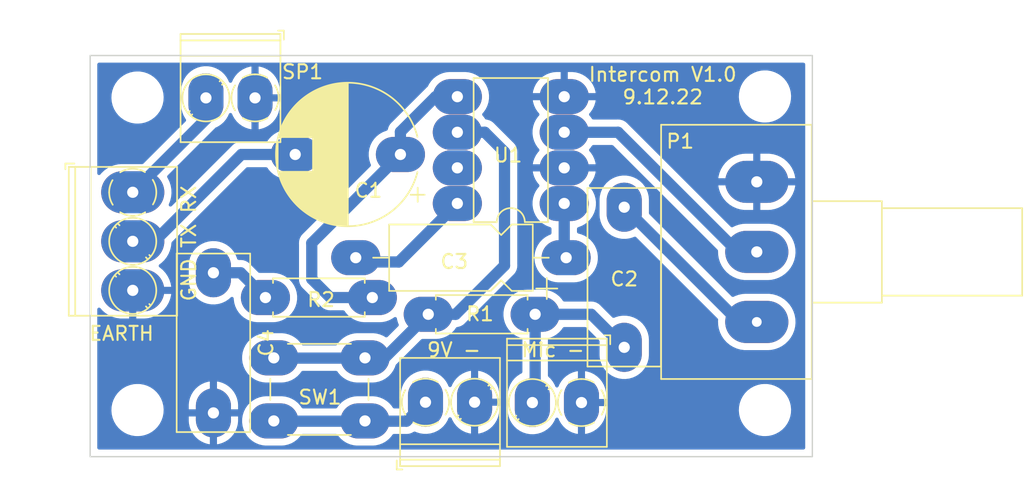
<source format=kicad_pcb>
(kicad_pcb (version 20211014) (generator pcbnew)
  (layers (0 "F.Cu" signal) (31 "B.Cu" signal) (34 "B.Paste" user) (35 "F.Paste" user) (36 "B.SilkS" user "B.Silkscreen") (37 "F.SilkS" user "F.Silkscreen") (38 "B.Mask" user) (39 "F.Mask" user) (44 "Edge.Cuts" user))
  (net 0 "")
  (net 1 "Net-(BT1-Pad1)")
  (net 2 "Earth")
  (net 3 "Net-(C1-Pad2)")
  (net 4 "Net-(C1-Pad1)")
  (net 5 "Net-(C3-Pad1)")
  (net 6 "Net-(C3-Pad2)")
  (net 7 "Net-(P1-Pad2)")
  (net 8 "Net-(J1-Pad1)")
  (net 10 "Net-(C2-Pad1)")
  (net 11 "Net-(C2-Pad2)")
  (net 12 "Net-(C4-Pad1)")
  (net 13 "Net-(R1-Pad1)")
  (footprint "Potentiometer_THT:Potentiometer_Alps_RK163_Single_Horizontal" (layer "F.Cu") (at 126.9238 95.466938 180)
    (fp_text reference "P1" (at 5.461 12.891538) (layer "F.SilkS"))
    (fp_text value "22k")
    (fp_line (start -3.92 8.62) (end -8.92 8.62) (layer "F.SilkS") (width 0.12))
    (fp_line (start 6.82 14.07) (end 6.82 -4.07) (layer "F.SilkS") (width 0.12))
    (fp_line (start -18.92 8.12) (end -18.92 1.88) (layer "F.SilkS") (width 0.12))
    (fp_line (start 6.82 -4.07) (end -3.92 -4.07) (layer "F.SilkS") (width 0.12))
    (fp_line (start -8.92 8.62) (end -8.92 1.38) (layer "F.SilkS") (width 0.12))
    (fp_line (start -3.92 14.07) (end -3.92 -4.07) (layer "F.SilkS") (width 0.12))
    (fp_line (start 6.82 14.07) (end -3.92 14.07) (layer "F.SilkS") (width 0.12))
    (fp_line (start -8.92 1.88) (end -18.92 1.88) (layer "F.SilkS") (width 0.12))
    (fp_line (start -3.92 1.38) (end -8.92 1.38) (layer "F.SilkS") (width 0.12))
    (fp_line (start -8.92 8.12) (end -18.92 8.12) (layer "F.SilkS") (width 0.12))
    (pad "1" thru_hole oval (at 0 0 180) (size 4.5 3) (drill 0.7) (layers *.Cu *.Mask) (net 10 "Net-(C2-Pad1)"))
    (pad "2" thru_hole oval (at 0 5 180) (size 4.5 3) (drill 0.8) (layers *.Cu *.Mask) (net 7 "Net-(P1-Pad2)"))
    (pad "3" thru_hole oval (at 0 10 180) (size 4.5 3) (drill 0.8) (layers *.Cu *.Mask) (net 2 "Earth"))
  )
  (footprint "Package_DIP:DIP-8_W7.62mm" (layer "F.Cu") (at 113.1978 87.0104 180)
    (fp_text reference "U1" (at 4.0032 3.4444) (layer "F.SilkS"))
    (fp_text value "LM386")
    (fp_line (start 1.16 -1.33) (end 1.16 8.95) (layer "F.SilkS") (width 0.12))
    (fp_line (start 2.81 -1.33) (end 1.16 -1.33) (layer "F.SilkS") (width 0.12))
    (fp_line (start 6.46 8.95) (end 6.46 -1.33) (layer "F.SilkS") (width 0.12))
    (fp_line (start 1.16 8.95) (end 6.46 8.95) (layer "F.SilkS") (width 0.12))
    (fp_line (start 6.46 -1.33) (end 4.81 -1.33) (layer "F.SilkS") (width 0.12))
    (fp_arc (start 4.81 -1.33) (mid 3.81 -0.33) (end 2.81 -1.33) (layer "F.SilkS") (width 0.12))
    (pad "1" thru_hole oval (at 0 0 180) (size 3.5 2.5) (drill 0.8) (layers *.Cu *.Mask) (net 5 "Net-(C3-Pad1)"))
    (pad "2" thru_hole oval (at 0 2.54 180) (size 3.5 2.5) (drill 0.8) (layers *.Cu *.Mask) (net 2 "Earth"))
    (pad "3" thru_hole oval (at 0 5.08 180) (size 3.5 2.5) (drill 0.8) (layers *.Cu *.Mask) (net 7 "Net-(P1-Pad2)"))
    (pad "4" thru_hole oval (at 0 7.62 180) (size 3.5 2.5) (drill 0.8) (layers *.Cu *.Mask) (net 2 "Earth"))
    (pad "5" thru_hole oval (at 7.62 7.62 180) (size 3.5 2.5) (drill 0.8) (layers *.Cu *.Mask) (net 4 "Net-(C1-Pad1)"))
    (pad "6" thru_hole oval (at 7.62 5.08 180) (size 3.5 2.5) (drill 0.8) (layers *.Cu *.Mask) (net 13 "Net-(R1-Pad1)"))
    (pad "7" thru_hole oval (at 7.62 2.54 180) (size 3.5 2.5) (drill 0.8) (layers *.Cu *.Mask))
    (pad "8" thru_hole oval (at 7.62 0 180) (size 3.5 2.5) (drill 0.8) (layers *.Cu *.Mask) (net 6 "Net-(C3-Pad2)"))
  )
  (footprint "MountingHole:MountingHole_2.7mm_M2.5" (layer "F.Cu") (at 127.508 79.375)
    (fp_text reference "H1" hide)
    (fp_text value "MountingHole")
    (pad "" np_thru_hole circle (at 0 0) (size 2.7 2.7) (drill 2.7) (layers *.Cu *.Mask))
  )
  (footprint "Button_Switch_THT:SW_PUSH_6mm_H4.3mm" (layer "F.Cu") (at 98.994084 102.528978 180)
    (fp_text reference "SW1" (at 3.210684 1.690978) (layer "F.SilkS"))
    (fp_text value "SW_Push")
    (fp_line (start -0.25 1.5) (end -0.25 3) (layer "F.SilkS") (width 0.12))
    (fp_line (start 5.5 -1) (end 1 -1) (layer "F.SilkS") (width 0.12))
    (fp_line (start 6.75 3) (end 6.75 1.5) (layer "F.SilkS") (width 0.12))
    (fp_line (start 1 5.5) (end 5.5 5.5) (layer "F.SilkS") (width 0.12))
    (pad "1" thru_hole oval (at 0 0 180) (size 3.5 2.5) (drill 0.8) (layers *.Cu *.Mask) (net 1 "Net-(BT1-Pad1)"))
    (pad "1" thru_hole oval (at 6.5 0 180) (size 3.5 2.5) (drill 0.8) (layers *.Cu *.Mask) (net 1 "Net-(BT1-Pad1)"))
    (pad "2" thru_hole oval (at 0 4.5 180) (size 3.5 2.5) (drill 0.8) (layers *.Cu *.Mask) (net 13 "Net-(R1-Pad1)"))
    (pad "2" thru_hole oval (at 6.5 4.5 180) (size 3.5 2.5) (drill 0.8) (layers *.Cu *.Mask) (net 13 "Net-(R1-Pad1)"))
  )
  (footprint "Capacitor_THT:C_Disc_D12.5mm_W5.0mm_P10.00mm" (layer "F.Cu") (at 117.475 87.2782 -90)
    (fp_text reference "C2" (at 5.127 0 180) (layer "F.SilkS"))
    (fp_text value "100n")
    (fp_line (start -1.37 -2.62) (end 11.37 -2.62) (layer "F.SilkS") (width 0.12))
    (fp_line (start 11.37 -2.62) (end 11.37 2.62) (layer "F.SilkS") (width 0.12))
    (fp_line (start -1.37 -2.62) (end -1.37 2.62) (layer "F.SilkS") (width 0.12))
    (fp_line (start -1.37 2.62) (end 11.37 2.62) (layer "F.SilkS") (width 0.12))
    (pad "1" thru_hole oval (at 0 0 270) (size 3.5 2.5) (drill 0.8) (layers *.Cu *.Mask) (net 10 "Net-(C2-Pad1)"))
    (pad "2" thru_hole oval (at 10 0 270) (size 3.5 2.5) (drill 0.8) (layers *.Cu *.Mask) (net 11 "Net-(C2-Pad2)"))
  )
  (footprint "Capacitor_THT:CP_Axial_L10.0mm_D4.5mm_P15.00mm_Horizontal" (layer "F.Cu") (at 113.3348 90.8812 180)
    (fp_text reference "C3" (at 7.9756 -0.2794) (layer "F.SilkS"))
    (fp_text value "10u")
    (fp_line (start 3.88 2.37) (end 4.63 1.62) (layer "F.SilkS") (width 0.12))
    (fp_line (start 5.38 2.37) (end 12.62 2.37) (layer "F.SilkS") (width 0.12))
    (fp_line (start 2.38 -2.37) (end 2.38 2.37) (layer "F.SilkS") (width 0.12))
    (fp_line (start 13.76 0) (end 12.62 0) (layer "F.SilkS") (width 0.12))
    (fp_line (start 4.63 -1.62) (end 5.38 -2.37) (layer "F.SilkS") (width 0.12))
    (fp_line (start 2.38 -2.37) (end 3.88 -2.37) (layer "F.SilkS") (width 0.12))
    (fp_line (start 2.38 2.37) (end 3.88 2.37) (layer "F.SilkS") (width 0.12))
    (fp_line (start 12.62 -2.37) (end 12.62 2.37) (layer "F.SilkS") (width 0.12))
    (fp_line (start 5.38 -2.37) (end 12.62 -2.37) (layer "F.SilkS") (width 0.12))
    (fp_line (start 1.38 -2.95) (end 1.38 -1.45) (layer "F.SilkS") (width 0.12))
    (fp_line (start 0.63 -2.2) (end 2.13 -2.2) (layer "F.SilkS") (width 0.12))
    (fp_line (start 1.24 0) (end 2.38 0) (layer "F.SilkS") (width 0.12))
    (fp_line (start 3.88 -2.37) (end 4.63 -1.62) (layer "F.SilkS") (width 0.12))
    (fp_line (start 4.63 1.62) (end 5.38 2.37) (layer "F.SilkS") (width 0.12))
    (pad "1" thru_hole oval (at 0 0 180) (size 3.5 2.5) (drill 0.8) (layers *.Cu *.Mask) (net 5 "Net-(C3-Pad1)"))
    (pad "2" thru_hole oval (at 15 0 180) (size 3.5 2.5) (drill 0.8) (layers *.Cu *.Mask) (net 6 "Net-(C3-Pad2)"))
  )
  (footprint "MountingHole:MountingHole_2.7mm_M2.5" (layer "F.Cu") (at 82.7786 101.7524)
    (fp_text reference "H2" hide)
    (fp_text value "MountingHole")
    (pad "" np_thru_hole circle (at 0 0) (size 2.7 2.7) (drill 2.7) (layers *.Cu *.Mask))
  )
  (footprint "TerminalBlock_Phoenix:TerminalBlock_Phoenix_PT-1,5-2-3.5-H_1x02_P3.50mm_Horizontal" (layer "F.Cu") (at 114.427 101.219 180)
    (fp_text reference "Mic -" (at 2.032 3.7592) (layer "F.SilkS"))
    (fp_text value "Microphone")
    (fp_line (start -2.05 4.16) (end -2.05 4.8) (layer "F.SilkS") (width 0.12))
    (fp_line (start -1.81 -3.16) (end -1.81 4.56) (layer "F.SilkS") (width 0.12))
    (fp_line (start 2.525 1.181) (end 2.431 1.274) (layer "F.SilkS") (width 0.12))
    (fp_line (start 4.57 -1.275) (end 4.476 -1.181) (layer "F.SilkS") (width 0.12))
    (fp_line (start 2.355 0.941) (end 2.226 1.069) (layer "F.SilkS") (width 0.12))
    (fp_line (start 4.775 -1.069) (end 4.646 -0.941) (layer "F.SilkS") (width 0.12))
    (fp_line (start 5.31 -3.16) (end 5.31 4.56) (layer "F.SilkS") (width 0.12))
    (fp_line (start -1.81 4.56) (end 5.31 4.56) (layer "F.SilkS") (width 0.12))
    (fp_line (start -2.05 4.8) (end -1.65 4.8) (layer "F.SilkS") (width 0.12))
    (fp_line (start -1.81 -3.16) (end 5.31 -3.16) (layer "F.SilkS") (width 0.12))
    (fp_line (start -1.81 3) (end 5.31 3) (layer "F.SilkS") (width 0.12))
    (fp_line (start -1.81 4.1) (end 5.31 4.1) (layer "F.SilkS") (width 0.12))
    (fp_arc (start 1.425504 -0.890193) (mid 1.680626 0.000476) (end 1.425 0.891) (layer "F.SilkS") (width 0.12))
    (fp_arc (start -1.425358 0.889894) (mid -1.680286 0.014012) (end -1.44 -0.866) (layer "F.SilkS") (width 0.12))
    (fp_arc (start 0.890264 1.424721) (mid 0.463071 1.61492) (end 0 1.68) (layer "F.SilkS") (width 0.12))
    (fp_arc (start 0.028674 1.680099) (mid -0.435535 1.622918) (end -0.866 1.44) (layer "F.SilkS") (width 0.12))
    (fp_arc (start -0.889894 -1.425358) (mid -0.014012 -1.680286) (end 0.866 -1.44) (layer "F.SilkS") (width 0.12))
    (fp_circle (center 3.5 0) (end 5.18 0) (layer "F.SilkS") (width 0.12) (fill none))
    (pad "1" thru_hole oval (at 0 0 270) (size 3.5 2.5) (drill 0.8) (layers *.Cu *.Mask) (net 2 "Earth"))
    (pad "2" thru_hole oval (at 3.5 0 270) (size 3.5 2.5) (drill 0.8) (layers *.Cu *.Mask) (net 11 "Net-(C2-Pad2)"))
  )
  (footprint "Resistor_THT:R_Axial_DIN0207_L6.3mm_D2.5mm_P7.62mm_Horizontal" (layer "F.Cu") (at 103.505 94.9198)
    (fp_text reference "R1" (at 3.683 -0.0254) (layer "F.SilkS"))
    (fp_text value "10k")
    (fp_line (start 0.54 1.37) (end 7.08 1.37) (layer "F.SilkS") (width 0.12))
    (fp_line (start 0.54 1.04) (end 0.54 1.37) (layer "F.SilkS") (width 0.12))
    (fp_line (start 0.54 -1.37) (end 7.08 -1.37) (layer "F.SilkS") (width 0.12))
    (fp_line (start 7.08 1.37) (end 7.08 1.04) (layer "F.SilkS") (width 0.12))
    (fp_line (start 0.54 -1.04) (end 0.54 -1.37) (layer "F.SilkS") (width 0.12))
    (fp_line (start 7.08 -1.37) (end 7.08 -1.04) (layer "F.SilkS") (width 0.12))
    (pad "1" thru_hole oval (at 0 0) (size 3.5 2.5) (drill 0.8) (layers *.Cu *.Mask) (net 13 "Net-(R1-Pad1)"))
    (pad "2" thru_hole oval (at 7.62 0) (size 3.5 2.5) (drill 0.8) (layers *.Cu *.Mask) (net 11 "Net-(C2-Pad2)"))
  )
  (footprint "TerminalBlock_Phoenix:TerminalBlock_Phoenix_PT-1,5-3-3.5-H_1x03_P3.50mm_Horizontal" (layer "F.Cu") (at 82.4372 86.2128 -90)
    (fp_text reference "GND TX RX" (at 3.6524 -3.999 90) (layer "F.SilkS"))
    (fp_text value "To other")
    (fp_line (start -1.81 -3.16) (end 8.81 -3.16) (layer "F.SilkS") (width 0.12))
    (fp_line (start 8.81 -3.16) (end 8.81 4.56) (layer "F.SilkS") (width 0.12))
    (fp_line (start 5.855 0.941) (end 5.726 1.069) (layer "F.SilkS") (width 0.12))
    (fp_line (start 4.57 -1.275) (end 4.476 -1.181) (layer "F.SilkS") (width 0.12))
    (fp_line (start -2.05 4.8) (end -1.65 4.8) (layer "F.SilkS") (width 0.12))
    (fp_line (start -1.81 4.1) (end 8.81 4.1) (layer "F.SilkS") (width 0.12))
    (fp_line (start -1.81 3) (end 8.81 3) (layer "F.SilkS") (width 0.12))
    (fp_line (start 8.275 -1.069) (end 8.146 -0.941) (layer "F.SilkS") (width 0.12))
    (fp_line (start 2.355 0.941) (end 2.226 1.069) (layer "F.SilkS") (width 0.12))
    (fp_line (start 4.775 -1.069) (end 4.646 -0.941) (layer "F.SilkS") (width 0.12))
    (fp_line (start 6.025 1.181) (end 5.931 1.274) (layer "F.SilkS") (width 0.12))
    (fp_line (start -1.81 4.56) (end 8.81 4.56) (layer "F.SilkS") (width 0.12))
    (fp_line (start -1.81 -3.16) (end -1.81 4.56) (layer "F.SilkS") (width 0.12))
    (fp_line (start 8.07 -1.275) (end 7.976 -1.181) (layer "F.SilkS") (width 0.12))
    (fp_line (start -2.05 4.16) (end -2.05 4.8) (layer "F.SilkS") (width 0.12))
    (fp_line (start 2.525 1.181) (end 2.431 1.274) (layer "F.SilkS") (width 0.12))
    (fp_arc (start -0.889894 -1.425358) (mid -0.014012 -1.680286) (end 0.866 -1.44) (layer "F.SilkS") (width 0.12))
    (fp_arc (start 1.425504 -0.890193) (mid 1.680626 0.000476) (end 1.425 0.891) (layer "F.SilkS") (width 0.12))
    (fp_arc (start 0.890264 1.424721) (mid 0.463071 1.61492) (end 0 1.68) (layer "F.SilkS") (width 0.12))
    (fp_arc (start 0.028674 1.680099) (mid -0.435535 1.622918) (end -0.866 1.44) (layer "F.SilkS") (width 0.12))
    (fp_arc (start -1.425358 0.889894) (mid -1.680286 0.014012) (end -1.44 -0.866) (layer "F.SilkS") (width 0.12))
    (fp_circle (center 7 0) (end 8.68 0) (layer "F.SilkS") (width 0.12) (fill none))
    (fp_circle (center 3.5 0) (end 5.18 0) (layer "F.SilkS") (width 0.12) (fill none))
    (pad "1" thru_hole oval (at 0 0 270) (size 3 4.5) (drill 0.8) (layers *.Cu *.Mask) (net 8 "Net-(J1-Pad1)"))
    (pad "2" thru_hole oval (at 3.5 0 270) (size 3 4.5) (drill 0.8) (layers *.Cu *.Mask) (net 3 "Net-(C1-Pad2)"))
    (pad "3" thru_hole oval (at 7 0 270) (size 3 4.5) (drill 0.8) (layers *.Cu *.Mask) (net 2 "Earth"))
  )
  (footprint "Resistor_THT:R_Axial_DIN0207_L6.3mm_D2.5mm_P7.62mm_Horizontal" (layer "F.Cu") (at 91.8972 93.726)
    (fp_text reference "R2" (at 3.9624 0.1524) (layer "F.SilkS"))
    (fp_text value "100")
    (fp_line (start 7.08 -1.37) (end 7.08 -1.04) (layer "F.SilkS") (width 0.12))
    (fp_line (start 0.54 -1.37) (end 7.08 -1.37) (layer "F.SilkS") (width 0.12))
    (fp_line (start 0.54 -1.04) (end 0.54 -1.37) (layer "F.SilkS") (width 0.12))
    (fp_line (start 0.54 1.04) (end 0.54 1.37) (layer "F.SilkS") (width 0.12))
    (fp_line (start 7.08 1.37) (end 7.08 1.04) (layer "F.SilkS") (width 0.12))
    (fp_line (start 0.54 1.37) (end 7.08 1.37) (layer "F.SilkS") (width 0.12))
    (pad "1" thru_hole oval (at 0 0) (size 3.5 2.5) (drill 0.8) (layers *.Cu *.Mask) (net 12 "Net-(C4-Pad1)"))
    (pad "2" thru_hole oval (at 7.62 0) (size 3.5 2.5) (drill 0.8) (layers *.Cu *.Mask) (net 4 "Net-(C1-Pad1)"))
  )
  (footprint "Capacitor_THT:CP_Radial_D10.0mm_P7.50mm" (layer "F.Cu") (at 101.520177 83.5152 180)
    (fp_text reference "C1" (at 2.282377 -2.5654) (layer "F.SilkS"))
    (fp_text value "200u")
    (fp_line (start 6.511 1.241) (end 6.511 4.273) (layer "F.SilkS") (width 0.12))
    (fp_line (start 6.231 -4.44) (end 6.231 4.44) (layer "F.SilkS") (width 0.12))
    (fp_line (start 7.751 1.241) (end 7.751 3.156) (layer "F.SilkS") (width 0.12))
    (fp_line (start 7.991 1.241) (end 7.991 2.83) (layer "F.SilkS") (width 0.12))
    (fp_line (start 6.591 1.241) (end 6.591 4.221) (layer "F.SilkS") (width 0.12))
    (fp_line (start 6.151 -4.483) (end 6.151 4.483) (layer "F.SilkS") (width 0.12))
    (fp_line (start -1.229646 -3.375) (end -1.229646 -2.375) (layer "F.SilkS") (width 0.12))
    (fp_line (start 8.271 -2.365) (end 8.271 -1.241) (layer "F.SilkS") (width 0.12))
    (fp_line (start 6.551 1.241) (end 6.551 4.247) (layer "F.SilkS") (width 0.12))
    (fp_line (start 8.071 -2.709) (end 8.071 -1.241) (layer "F.SilkS") (width 0.12))
    (fp_line (start 7.551 -3.392) (end 7.551 -1.241) (layer "F.SilkS") (width 0.12))
    (fp_line (start 7.831 1.241) (end 7.831 3.054) (layer "F.SilkS") (width 0.12))
    (fp_line (start 5.111 -4.897) (end 5.111 4.897) (layer "F.SilkS") (width 0.12))
    (fp_line (start 4.07 -5.07) (end 4.07 5.07) (layer "F.SilkS") (width 0.12))
    (fp_line (start 6.271 -4.417) (end 6.271 -1.241) (layer "F.SilkS") (width 0.12))
    (fp_line (start 6.071 -4.525) (end 6.071 4.525) (layer "F.SilkS") (width 0.12))
    (fp_line (start 6.111 -4.504) (end 6.111 4.504) (layer "F.SilkS") (width 0.12))
    (fp_line (start 8.351 -2.209) (end 8.351 -1.241) (layer "F.SilkS") (width 0.12))
    (fp_line (start 8.671 -1.378) (end 8.671 -1.241) (layer "F.SilkS") (width 0.12))
    (fp_line (start 4.831 -4.965) (end 4.831 4.965) (layer "F.SilkS") (width 0.12))
    (fp_line (start 4.27 -5.054) (end 4.27 5.054) (layer "F.SilkS") (width 0.12))
    (fp_line (start 6.911 -3.989) (end 6.911 -1.241) (layer "F.SilkS") (width 0.12))
    (fp_line (start 6.871 1.241) (end 6.871 4.02) (layer "F.SilkS") (width 0.12))
    (fp_line (start 6.351 1.241) (end 6.351 4.371) (layer "F.SilkS") (width 0.12))
    (fp_line (start 6.591 -4.221) (end 6.591 -1.241) (layer "F.SilkS") (width 0.12))
    (fp_line (start 4.511 -5.024) (end 4.511 5.024) (layer "F.SilkS") (width 0.12))
    (fp_line (start 5.431 -4.797) (end 5.431 4.797) (layer "F.SilkS") (width 0.12))
    (fp_line (start 4.991 -4.928) (end 4.991 4.928) (layer "F.SilkS") (width 0.12))
    (fp_line (start 7.351 1.241) (end 7.351 3.601) (layer "F.SilkS") (width 0.12))
    (fp_line (start 6.431 1.241) (end 6.431 4.323) (layer "F.SilkS") (width 0.12))
    (fp_line (start 6.751 1.241) (end 6.751 4.11) (layer "F.SilkS") (width 0.12))
    (fp_line (start 8.151 1.241) (end 8.151 2.579) (layer "F.SilkS") (width 0.12))
    (fp_line (start 6.271 1.241) (end 6.271 4.417) (layer "F.SilkS") (width 0.12))
    (fp_line (start 4.671 -4.997) (end 4.671 4.997) (layer "F.SilkS") (width 0.12))
    (fp_line (start 8.111 -2.645) (end 8.111 -1.241) (layer "F.SilkS") (width 0.12))
    (fp_line (start 6.671 1.241) (end 6.671 4.166) (layer "F.SilkS") (width 0.12))
    (fp_line (start 3.79 -5.08) (end 3.79 5.08) (layer "F.SilkS") (width 0.12))
    (fp_line (start 5.031 -4.918) (end 5.031 4.918) (layer "F.SilkS") (width 0.12))
    (fp_line (start 7.271 1.241) (end 7.271 3.679) (layer "F.SilkS") (width 0.12))
    (fp_line (start 7.751 -3.156) (end 7.751 -1.241) (layer "F.SilkS") (width 0.12))
    (fp_line (start 8.351 1.241) (end 8.351 2.209) (layer "F.SilkS") (width 0.12))
    (fp_line (start 7.591 1.241) (end 7.591 3.347) (layer "F.SilkS") (width 0.12))
    (fp_line (start 8.431 1.241) (end 8.431 2.037) (layer "F.SilkS") (width 0.12))
    (fp_line (start 5.511 -4.768) (end 5.511 4.768) (layer "F.SilkS") (width 0.12))
    (fp_line (start 6.791 1.241) (end 6.791 4.08) (layer "F.SilkS") (width 0.12))
    (fp_line (start 4.751 -4.982) (end 4.751 4.982) (layer "F.SilkS") (width 0.12))
    (fp_line (start 6.751 -4.11) (end 6.751 -1.241) (layer "F.SilkS") (width 0.12))
    (fp_line (start 5.591 -4.738) (end 5.591 4.738) (layer "F.SilkS") (width 0.12))
    (fp_line (start 7.231 -3.716) (end 7.231 -1.241) (layer "F.SilkS") (width 0.12))
    (fp_line (start 4.551 -5.018) (end 4.551 5.018) (layer "F.SilkS") (width 0.12))
    (fp_line (start 3.95 -5.077) (end 3.95 5.077) (layer "F.SilkS") (width 0.12))
    (fp_line (start 6.351 -4.371) (end 6.351 -1.241) (layer "F.SilkS") (width 0.12))
    (fp_line (start 8.311 -2.289) (end 8.311 -1.241) (layer "F.SilkS") (width 0.12))
    (fp_line (start 5.991 -4.564) (end 5.991 4.564) (layer "F.SilkS") (width 0.12))
    (fp_line (start 7.671 -3.254) (end 7.671 -1.241) (layer "F.SilkS") (width 0.12))
    (fp_line (start 4.23 -5.058) (end 4.23 5.058) (layer "F.SilkS") (width 0.12))
    (fp_line (start 8.231 1.241) (end 8.231 2.439) (layer "F.SilkS") (width 0.12))
    (fp_line (start 5.271 -4.85) (end 5.271 4.85) (layer "F.SilkS") (width 0.12))
    (fp_line (start 7.431 -3.52) (end 7.431 -1.241) (layer "F.SilkS") (width 0.12))
    (fp_line (start 7.831 -3.054) (end 7.831 -1.241) (layer "F.SilkS") (width 0.12))
    (fp_line (start 6.991 1.241) (end 6.991 3.925) (layer "F.SilkS") (width 0.12))
    (fp_line (start 6.791 -4.08) (end 6.791 -1.241) (layer "F.SilkS") (width 0.12))
    (fp_line (start 3.75 -5.08) (end 3.75 5.08) (layer "F.SilkS") (width 0.12))
    (fp_line (start 5.071 -4.907) (end 5.071 4.907) (layer "F.SilkS") (width 0.12))
    (fp_line (start 3.99 -5.075) (end 3.99 5.075) (layer "F.SilkS") (width 0.12))
    (fp_line (start 7.511 1.241) (end 7.511 3.436) (layer "F.SilkS") (width 0.12))
    (fp_line (start 5.711 -4.69) (end 5.711 4.69) (layer "F.SilkS") (width 0.12))
    (fp_line (start 8.551 1.241) (end 8.551 1.742) (layer "F.SilkS") (width 0.12))
    (fp_line (start 4.19 -5.062) (end 4.19 5.062) (layer "F.SilkS") (width 0.12))
    (fp_line (start 6.311 -4.395) (end 6.311 -1.241) (layer "F.SilkS") (width 0.12))
    (fp_line (start 4.39 -5.04) (end 4.39 5.04) (layer "F.SilkS") (width 0.12))
    (fp_line (start 7.111 -3.824) (end 7.111 -1.241) (layer "F.SilkS") (width 0.12))
    (fp_line (start 6.991 -3.925) (end 6.991 -1.241) (layer "F.SilkS") (width 0.12))
    (fp_line (start 7.791 -3.106) (end 7.791 -1.241) (layer "F.SilkS") (width 0.12))
    (fp_line (start 6.711 1.241) (end 6.711 4.138) (layer "F.SilkS") (width 0.12))
    (fp_line (start 8.671 1.241) (end 8.671 1.378) (layer "F.SilkS") (width 0.12))
    (fp_line (start 5.911 -4.603) (end 5.911 4.603) (layer "F.SilkS") (width 0.12))
    (fp_line (start 5.951 -4.584) (end 5.951 4.584) (layer "F.SilkS") (width 0.12))
    (fp_line (start 7.591 -3.347) (end 7.591 -1.241) (layer "F.SilkS") (width 0.12))
    (fp_line (start 4.711 -4.99) (end 4.711 4.99) (layer "F.SilkS") (width 0.12))
    (fp_line (start 7.631 1.241) (end 7.631 3.301) (layer "F.SilkS") (width 0.12))
    (fp_line (start 6.031 -4.545) (end 6.031 4.545) (layer "F.SilkS") (width 0.12))
    (fp_line (start 6.311 1.241) (end 6.311 4.395) (layer "F.SilkS") (width 0.12))
    (fp_line (start 5.551 -4.754) (end 5.551 4.754) (layer "F.SilkS") (width 0.12))
    (fp_line (start 7.311 1.241) (end 7.311 3.64) (layer "F.SilkS") (width 0.12))
    (fp_line (start 5.351 -4.824) (end 5.351 4.824) (layer "F.SilkS") (width 0.12))
    (fp_line (start 3.83 -5.08) (end 3.83 5.08) (layer "F.SilkS") (width 0.12))
    (fp_line (start 7.471 -3.478) (end 7.471 -1.241) (layer "F.SilkS") (width 0.12))
    (fp_line (start 3.87 -5.079) (end 3.87 5.079) (layer "F.SilkS") (width 0.12))
    (fp_line (start 6.831 1.241) (end 6.831 4.05) (layer "F.SilkS") (width 0.12))
    (fp_line (start 8.111 1.241) (end 8.111 2.645) (layer "F.SilkS") (width 0.12))
    (fp_line (start 7.071 -3.858) (end 7.071 -1.241) (layer "F.SilkS") (width 0.12))
    (fp_line (start 6.951 1.241) (end 6.951 3.957) (layer "F.SilkS") (width 0.12))
    (fp_line (start 8.631 -1.51) (end 8.631 -1.241) (layer "F.SilkS") (width 0.12))
    (fp_line (start 7.111 1.241) (end 7.111 3.824) (layer "F.SilkS") (width 0.12))
    (fp_line (start 6.471 1.241) (end 6.471 4.298) (layer "F.SilkS") (width 0.12))
    (fp_line (start 6.871 -4.02) (end 6.871 -1.241) (layer "F.SilkS") (width 0.12))
    (fp_line (start 7.311 -3.64) (end 7.311 -1.241) (layer "F.SilkS") (width 0.12))
    (fp_line (start 4.11 -5.068) (end 4.11 5.068) (layer "F.SilkS") (width 0.12))
    (fp_line (start 7.631 -3.301) (end 7.631 -1.241) (layer "F.SilkS") (width 0.12))
    (fp_line (start 6.631 -4.194) (end 6.631 -1.241) (layer "F.SilkS") (width 0.12))
    (fp_line (start 7.911 1.241) (end 7.911 2.945) (layer "F.SilkS") (width 0.12))
    (fp_line (start 4.471 -5.03) (end 4.471 5.03) (layer "F.SilkS") (width 0.12))
    (fp_line (start 8.071 1.241) (end 8.071 2.709) (layer "F.SilkS") (width 0.12))
    (fp_line (start 8.271 1.241) (end 8.271 2.365) (layer "F.SilkS") (width 0.12))
    (fp_line (start 7.991 -2.83) (end 7.991 -1.241) (layer "F.SilkS") (width 0.12))
    (fp_line (start 6.431 -4.323) (end 6.431 -1.241) (layer "F.SilkS") (width 0.12))
    (fp_line (start 4.15 -5.065) (end 4.15 5.065) (layer "F.SilkS") (width 0.12))
    (fp_line (start 4.31 -5.05) (end 4.31 5.05) (layer "F.SilkS") (width 0.12))
    (fp_line (start 6.631 1.241) (end 6.631 4.194) (layer "F.SilkS") (width 0.12))
    (fp_line (start 7.511 -3.436) (end 7.511 -1.241) (layer "F.SilkS") (width 0.12))
    (fp_line (start 8.511 1.241) (end 8.511 1.846) (layer "F.SilkS") (width 0.12))
    (fp_line (start 5.671 -4.707) (end 5.671 4.707) (layer "F.SilkS") (width 0.12))
    (fp_line (start 6.191 -4.462) (end 6.191 4.462) (layer "F.SilkS") (width 0.12))
    (fp_line (start 4.911 -4.947) (end 4.911 4.947) (layer "F.SilkS") (width 0.12))
    (fp_line (start 7.711 1.241) (end 7.711 3.206) (layer "F.SilkS") (width 0.12))
    (fp_line (start -1.729646 -2.875) (end -0.729646 -2.875) (layer "F.SilkS") (width 0.12))
    (fp_line (start 5.151 -4.885) (end 5.151 4.885) (layer "F.SilkS") (width 0.12))
    (fp_line (start 6.711 -4.138) (end 6.711 -1.241) (layer "F.SilkS") (width 0.12))
    (fp_line (start 5.311 -4.837) (end 5.311 4.837) (layer "F.SilkS") (width 0.12))
    (fp_line (start 5.391 -4.811) (end 5.391 4.811) (layer "F.SilkS") (width 0.12))
    (fp_line (start 4.591 -5.011) (end 4.591 5.011) (layer "F.SilkS") (width 0.12))
    (fp_line (start 3.91 -5.078) (end 3.91 5.078) (layer "F.SilkS") (width 0.12))
    (fp_line (start 5.791 -4.657) (end 5.791 4.657) (layer "F.SilkS") (width 0.12))
    (fp_line (start 8.591 1.241) (end 8.591 1.63) (layer "F.SilkS") (width 0.12))
    (fp_line (start 8.791 -0.862) (end 8.791 0.862) (layer "F.SilkS") (width 0.12))
    (fp_line (start 7.951 -2.889) (end 7.951 -1.241) (layer "F.SilkS") (width 0.12))
    (fp_line (start 8.591 -1.63) (end 8.591 -1.241) (layer "F.SilkS") (width 0.12))
    (fp_line (start 4.791 -4.974) (end 4.791 4.974) (layer "F.SilkS") (width 0.12))
    (fp_line (start 7.791 1.241) (end 7.791 3.106) (layer "F.SilkS") (width 0.12))
    (fp_line (start 5.231 -4.862) (end 5.231 4.862) (layer "F.SilkS") (width 0.12))
    (fp_line (start 6.511 -4.273) (end 6.511 -1.241) (layer "F.SilkS") (width 0.12))
    (fp_line (start 4.43 -5.035) (end 4.43 5.035) (layer "F.SilkS") (width 0.12))
    (fp_line (start 4.35 -5.045) (end 4.35 5.045) (layer "F.SilkS") (width 0.12))
    (fp_line (start 8.471 -1.944) (end 8.471 -1.241) (layer "F.SilkS") (width 0.12))
    (fp_line (start 7.871 1.241) (end 7.871 3) (layer "F.SilkS") (width 0.12))
    (fp_line (start 8.191 -2.51) (end 8.191 -1.241) (layer "F.SilkS") (width 0.12))
    (fp_line (start 8.031 -2.77) (end 8.031 -1.241) (layer "F.SilkS") (width 0.12))
    (fp_line (start 7.151 -3.789) (end 7.151 -1.241) (layer "F.SilkS") (width 0.12))
    (fp_line (start 7.911 -2.945) (end 7.911 -1.241) (layer "F.SilkS") (width 0.12))
    (fp_line (start 7.191 -3.753) (end 7.191 -1.241) (layer "F.SilkS") (width 0.12))
    (fp_line (start 7.871 -3) (end 7.871 -1.241) (layer "F.SilkS") (width 0.12))
    (fp_line (start 7.191 1.241) (end 7.191 3.753) (layer "F.SilkS") (width 0.12))
    (fp_line (start 8.391 1.241) (end 8.391 2.125) (layer "F.SilkS") (width 0.12))
    (fp_line (start 7.151 1.241) (end 7.151 3.789) (layer "F.SilkS") (width 0.12))
    (fp_line (start 7.951 1.241) (end 7.951 2.889) (layer "F.SilkS") (width 0.12))
    (fp_line (start 8.311 1.241) (end 8.311 2.289) (layer "F.SilkS") (width 0.12))
    (fp_line (start 7.391 1.241) (end 7.391 3.561) (layer "F.SilkS") (width 0.12))
    (fp_line (start 7.471 1.241) (end 7.471 3.478) (layer "F.SilkS") (width 0.12))
    (fp_line (start 7.671 1.241) (end 7.671 3.254) (layer "F.SilkS") (width 0.12))
    (fp_line (start 7.031 -3.892) (end 7.031 -1.241) (layer "F.SilkS") (width 0.12))
    (fp_line (start 8.511 -1.846) (end 8.511 -1.241) (layer "F.SilkS") (width 0.12))
    (fp_line (start 6.671 -4.166) (end 6.671 -1.241) (layer "F.SilkS") (width 0.12))
    (fp_line (start 8.151 -2.579) (end 8.151 -1.241) (layer "F.SilkS") (width 0.12))
    (fp_line (start 6.911 1.241) (end 6.911 3.989) (layer "F.SilkS") (width 0.12))
    (fp_line (start 8.191 1.241) (end 8.191 2.51) (layer "F.SilkS") (width 0.12))
    (fp_line (start 7.351 -3.601) (end 7.351 -1.241) (layer "F.SilkS") (width 0.12))
    (fp_line (start 8.431 -2.037) (end 8.431 -1.241) (layer "F.SilkS") (width 0.12))
    (fp_line (start 7.271 -3.679) (end 7.271 -1.241) (layer "F.SilkS") (width 0.12))
    (fp_line (start 6.391 -4.347) (end 6.391 -1.241) (layer "F.SilkS") (width 0.12))
    (fp_line (start 7.431 1.241) (end 7.431 3.52) (layer "F.SilkS") (width 0.12))
    (fp_line (start 5.871 -4.621) (end 5.871 4.621) (layer "F.SilkS") (width 0.12))
    (fp_line (start 5.471 -4.783) (end 5.471 4.783) (layer "F.SilkS") (width 0.12))
    (fp_line (start 7.071 1.241) (end 7.071 3.858) (layer "F.SilkS") (width 0.12))
    (fp_line (start 7.711 -3.206) (end 7.711 -1.241) (layer "F.SilkS") (width 0.12))
    (fp_line (start 4.951 -4.938) (end 4.951 4.938) (layer "F.SilkS") (width 0.12))
    (fp_line (start 4.03 -5.073) (end 4.03 5.073) (layer "F.SilkS") (width 0.12))
    (fp_line (start 8.391 -2.125) (end 8.391 -1.241) (layer "F.SilkS") (width 0.12))
    (fp_line (start 7.031 1.241) (end 7.031 3.892) (layer "F.SilkS") (width 0.12))
    (fp_line (start 5.751 -4.674) (end 5.751 4.674) (layer "F.SilkS") (width 0.12))
    (fp_line (start 8.831 -0.599) (end 8.831 0.599) (layer "F.SilkS") (width 0.12))
    (fp_line (start 6.551 -4.247) (end 6.551 -1.241) (layer "F.SilkS") (width 0.12))
    (fp_line (start 4.871 -4.956) (end 4.871 4.956) (layer "F.SilkS") (width 0.12))
    (fp_line (start 8.231 -2.439) (end 8.231 -1.241) (layer "F.SilkS") (width 0.12))
    (fp_line (start 5.191 -4.874) (end 5.191 4.874) (layer "F.SilkS") (width 0.12))
    (fp_line (start 5.831 -4.639) (end 5.831 4.639) (layer "F.SilkS") (width 0.12))
    (fp_line (start 7.551 1.241) (end 7.551 3.392) (layer "F.SilkS") (width 0.12))
    (fp_line (start 6.831 -4.05) (end 6.831 -1.241) (layer "F.SilkS") (width 0.12))
    (fp_line (start 7.231 1.241) (end 7.231 3.716) (layer "F.SilkS") (width 0.12))
    (fp_line (start 6.471 -4.298) (end 6.471 -1.241) (layer "F.SilkS") (width 0.12))
    (fp_line (start 8.031 1.241) (end 8.031 2.77) (layer "F.SilkS") (width 0.12))
    (fp_line (start 6.951 -3.957) (end 6.951 -1.241) (layer "F.SilkS") (width 0.12))
    (fp_line (start 8.751 -1.062) (end 8.751 1.062) (layer "F.SilkS") (width 0.12))
    (fp_line (start 8.471 1.241) (end 8.471 1.944) (layer "F.SilkS") (width 0.12))
    (fp_line (start 8.551 -1.742) (end 8.551 -1.241) (layer "F.SilkS") (width 0.12))
    (fp_line (start 8.631 1.241) (end 8.631 1.51) (layer "F.SilkS") (width 0.12))
    (fp_line (start 7.391 -3.561) (end 7.391 -1.241) (layer "F.SilkS") (width 0.12))
    (fp_line (start 6.391 1.241) (end 6.391 4.347) (layer "F.SilkS") (width 0.12))
    (fp_line (start 4.631 -5.004) (end 4.631 5.004) (layer "F.SilkS") (width 0.12))
    (fp_line (start 5.631 -4.723) (end 5.631 4.723) (layer "F.SilkS") (width 0.12))
    (fp_arc (start -1.21254 -1.26) (mid 8.87 0) (end -1.21254 1.26) (layer "F.SilkS") (width 0.12))
    (pad "1" thru_hole oval (at 0 0 180) (size 3.5 2.5) (drill 0.8) (layers *.Cu *.Mask) (net 4 "Net-(C1-Pad1)"))
    (pad "2" thru_hole oval (at 7.5 0 180) (size 3.5 2.5) (drill 0.8) (layers *.Cu *.Mask) (net 3 "Net-(C1-Pad2)"))
  )
  (footprint "MountingHole:MountingHole_2.7mm_M2.5" (layer "F.Cu") (at 127.508 101.7524)
    (fp_text reference "H4" hide)
    (fp_text value "MountingHole")
    (pad "" np_thru_hole circle (at 0 0) (size 2.7 2.7) (drill 2.7) (layers *.Cu *.Mask))
  )
  (footprint "Capacitor_THT:C_Disc_D12.5mm_W5.0mm_P10.00mm" (layer "F.Cu") (at 88.1888 91.9556 -90)
    (fp_text reference "C4" (at 5 -3.75 90) (layer "F.SilkS"))
    (fp_text value "100n")
    (fp_line (start -1.37 -2.62) (end -1.37 2.62) (layer "F.SilkS") (width 0.12))
    (fp_line (start -1.37 2.62) (end 11.37 2.62) (layer "F.SilkS") (width 0.12))
    (fp_line (start 11.37 -2.62) (end 11.37 2.62) (layer "F.SilkS") (width 0.12))
    (fp_line (start -1.37 -2.62) (end 11.37 -2.62) (layer "F.SilkS") (width 0.12))
    (pad "1" thru_hole oval (at 0 0 270) (size 3.5 2.5) (drill 0.8) (layers *.Cu *.Mask) (net 12 "Net-(C4-Pad1)"))
    (pad "2" thru_hole oval (at 10 0 270) (size 3.5 2.5) (drill 0.8) (layers *.Cu *.Mask) (net 2 "Earth"))
  )
  (footprint "TerminalBlock_Phoenix:TerminalBlock_Phoenix_PT-1,5-2-3.5-H_1x02_P3.50mm_Horizontal" (layer "F.Cu") (at 103.307 101.1936)
    (fp_text reference "9V -" (at 2.0268 -3.7338) (layer "F.SilkS"))
    (fp_text value "9V")
    (fp_line (start 4.57 -1.275) (end 4.476 -1.181) (layer "F.SilkS") (width 0.12))
    (fp_line (start -1.81 -3.16) (end -1.81 4.56) (layer "F.SilkS") (width 0.12))
    (fp_line (start -1.81 4.56) (end 5.31 4.56) (layer "F.SilkS") (width 0.12))
    (fp_line (start 2.355 0.941) (end 2.226 1.069) (layer "F.SilkS") (width 0.12))
    (fp_line (start -2.05 4.8) (end -1.65 4.8) (layer "F.SilkS") (width 0.12))
    (fp_line (start -1.81 4.1) (end 5.31 4.1) (layer "F.SilkS") (width 0.12))
    (fp_line (start 2.525 1.181) (end 2.431 1.274) (layer "F.SilkS") (width 0.12))
    (fp_line (start 5.31 -3.16) (end 5.31 4.56) (layer "F.SilkS") (width 0.12))
    (fp_line (start -1.81 -3.16) (end 5.31 -3.16) (layer "F.SilkS") (width 0.12))
    (fp_line (start 4.775 -1.069) (end 4.646 -0.941) (layer "F.SilkS") (width 0.12))
    (fp_line (start -1.81 3) (end 5.31 3) (layer "F.SilkS") (width 0.12))
    (fp_line (start -2.05 4.16) (end -2.05 4.8) (layer "F.SilkS") (width 0.12))
    (fp_arc (start -0.889894 -1.425358) (mid -0.014012 -1.680286) (end 0.866 -1.44) (layer "F.SilkS") (width 0.12))
    (fp_arc (start 1.425504 -0.890193) (mid 1.680626 0.000476) (end 1.425 0.891) (layer "F.SilkS") (width 0.12))
    (fp_arc (start 0.028674 1.680099) (mid -0.435535 1.622918) (end -0.866 1.44) (layer "F.SilkS") (width 0.12))
    (fp_arc (start 0.890264 1.424721) (mid 0.463071 1.61492) (end 0 1.68) (layer "F.SilkS") (width 0.12))
    (fp_arc (start -1.425358 0.889894) (mid -1.680286 0.014012) (end -1.44 -0.866) (layer "F.SilkS") (width 0.12))
    (fp_circle (center 3.5 0) (end 5.18 0) (layer "F.SilkS") (width 0.12) (fill none))
    (pad "1" thru_hole oval (at 0 0 90) (size 3.5 2.5) (drill 0.8) (layers *.Cu *.Mask) (net 1 "Net-(BT1-Pad1)"))
    (pad "2" thru_hole oval (at 3.5 0 90) (size 3.5 2.5) (drill 0.8) (layers *.Cu *.Mask) (net 2 "Earth"))
  )
  (footprint "MountingHole:MountingHole_2.7mm_M2.5" (layer "F.Cu") (at 82.7786 79.4512)
    (fp_text reference "H3" hide)
    (fp_text value "MountingHole")
    (pad "" np_thru_hole circle (at 0 0) (size 2.7 2.7) (drill 2.7) (layers *.Cu *.Mask))
  )
  (footprint "TerminalBlock_Phoenix:TerminalBlock_Phoenix_PT-1,5-2-3.5-H_1x02_P3.50mm_Horizontal" (layer "F.Cu") (at 91.1554 79.4766 180)
    (fp_text reference "SP1" (at -3.3834 1.8542) (layer "F.SilkS"))
    (fp_text value "Speaker")
    (fp_line (start 2.355 0.941) (end 2.226 1.069) (layer "F.SilkS") (width 0.12))
    (fp_line (start -1.81 4.1) (end 5.31 4.1) (layer "F.SilkS") (width 0.12))
    (fp_line (start 5.31 -3.16) (end 5.31 4.56) (layer "F.SilkS") (width 0.12))
    (fp_line (start -2.05 4.16) (end -2.05 4.8) (layer "F.SilkS") (width 0.12))
    (fp_line (start 4.57 -1.275) (end 4.476 -1.181) (layer "F.SilkS") (width 0.12))
    (fp_line (start -1.81 4.56) (end 5.31 4.56) (layer "F.SilkS") (width 0.12))
    (fp_line (start -2.05 4.8) (end -1.65 4.8) (layer "F.SilkS") (width 0.12))
    (fp_line (start 4.775 -1.069) (end 4.646 -0.941) (layer "F.SilkS") (width 0.12))
    (fp_line (start 2.525 1.181) (end 2.431 1.274) (layer "F.SilkS") (width 0.12))
    (fp_line (start -1.81 -3.16) (end 5.31 -3.16) (layer "F.SilkS") (width 0.12))
    (fp_line (start -1.81 3) (end 5.31 3) (layer "F.SilkS") (width 0.12))
    (fp_line (start -1.81 -3.16) (end -1.81 4.56) (layer "F.SilkS") (width 0.12))
    (fp_arc (start 0.028674 1.680099) (mid -0.435535 1.622918) (end -0.866 1.44) (layer "F.SilkS") (width 0.12))
    (fp_arc (start -1.425358 0.889894) (mid -1.680286 0.014012) (end -1.44 -0.866) (layer "F.SilkS") (width 0.12))
    (fp_arc (start -0.889894 -1.425358) (mid -0.014012 -1.680286) (end 0.866 -1.44) (layer "F.SilkS") (width 0.12))
    (fp_arc (start 1.425504 -0.890193) (mid 1.680626 0.000476) (end 1.425 0.891) (layer "F.SilkS") (width 0.12))
    (fp_arc (start 0.890264 1.424721) (mid 0.463071 1.61492) (end 0 1.68) (layer "F.SilkS") (width 0.12))
    (fp_circle (center 3.5 0) (end 5.18 0) (layer "F.SilkS") (width 0.12) (fill none))
    (pad "1" thru_hole oval (at 0 0 270) (size 3.5 2.5) (drill 0.8) (layers *.Cu *.Mask) (net 2 "Earth"))
    (pad "2" thru_hole oval (at 3.5 0 270) (size 3.5 2.5) (drill 0.8) (layers *.Cu *.Mask) (net 8 "Net-(J1-Pad1)"))
  )
  (gr_rect (start 79.4004 76.454) (end 130.8862 105.0798) (layer "Edge.Cuts") (width 0.1) (fill none))
  (gr_text "EARTH	" (at 83.2358 96.2914) (layer "F.SilkS") (effects (font (size 1 1))))
  (gr_text "Intercom V1.0\n9.12.22" (at 120.2182 78.613) (layer "F.SilkS") (effects (font (size 1 1))))
  (segment (start 98.754 102.548) (end 101.9526 102.548) (width 0.8) (layer "B.Cu") (net 1))
  (segment (start 98.754 102.548) (end 92.254 102.548) (width 0.8) (layer "B.Cu") (net 1))
  (segment (start 101.9526 102.548) (end 103.307 101.1936) (width 0.8) (layer "B.Cu") (net 1))
  (segment (start 90.1848 83.5152) (end 94.020177 83.5152) (width 0.8) (layer "B.Cu") (net 3))
  (segment (start 83.9872 89.7128) (end 90.1848 83.5152) (width 0.8) (layer "B.Cu") (net 3))
  (segment (start 82.4372 89.7128) (end 83.9872 89.7128) (width 0.8) (layer "B.Cu") (net 3))
  (segment (start 101.520177 81.898023) (end 101.520177 83.5152) (width 0.8) (layer "B.Cu") (net 4))
  (segment (start 104.0278 79.3904) (end 101.520177 81.898023) (width 0.8) (layer "B.Cu") (net 4))
  (segment (start 96.52 93.726) (end 99.5172 93.726) (width 0.8) (layer "B.Cu") (net 4))
  (segment (start 105.5778 79.3904) (end 104.0278 79.3904) (width 0.8) (layer "B.Cu") (net 4))
  (segment (start 101.520177 83.5152) (end 95.1992 89.836177) (width 0.8) (layer "B.Cu") (net 4))
  (segment (start 95.1992 92.4052) (end 96.52 93.726) (width 0.8) (layer "B.Cu") (net 4))
  (segment (start 105.5678 79.4004) (end 105.5778 79.3904) (width 0.8) (layer "B.Cu") (net 4))
  (segment (start 95.1992 89.836177) (end 95.1992 92.4052) (width 0.8) (layer "B.Cu") (net 4))
  (segment (start 113.1978 87.0104) (end 113.1978 91.049) (width 0.8) (layer "B.Cu") (net 5))
  (segment (start 113.1978 91.049) (end 113.3348 91.186) (width 0.8) (layer "B.Cu") (net 5))
  (segment (start 98.3348 91.186) (end 101.4022 91.186) (width 0.8) (layer "B.Cu") (net 6))
  (segment (start 101.4022 91.186) (end 105.5778 87.0104) (width 0.8) (layer "B.Cu") (net 6))
  (segment (start 117.0332 81.9304) (end 125.569738 90.466938) (width 0.8) (layer "B.Cu") (net 7))
  (segment (start 113.1978 81.9304) (end 117.0332 81.9304) (width 0.8) (layer "B.Cu") (net 7))
  (segment (start 125.569738 90.466938) (end 126.9238 90.466938) (width 0.8) (layer "B.Cu") (net 7))
  (segment (start 87.6554 80.9946) (end 82.4372 86.2128) (width 0.8) (layer "B.Cu") (net 8))
  (segment (start 87.6554 79.4258) (end 87.6554 80.9946) (width 0.8) (layer "B.Cu") (net 8))
  (segment (start 125.663738 95.466938) (end 126.9238 95.466938) (width 0.8) (layer "B.Cu") (net 10))
  (segment (start 117.475 87.2782) (end 125.663738 95.466938) (width 0.8) (layer "B.Cu") (net 10))
  (segment (start 111.125 94.8182) (end 111.125 101.021) (width 0.8) (layer "B.Cu") (net 11))
  (segment (start 111.125 101.1226) (end 110.927 101.3206) (width 0.8) (layer "B.Cu") (net 11))
  (segment (start 111.125 94.9198) (end 115.1166 94.9198) (width 0.8) (layer "B.Cu") (net 11))
  (segment (start 115.1166 94.9198) (end 117.475 97.2782) (width 0.8) (layer "B.Cu") (net 11))
  (segment (start 90.1268 91.9556) (end 91.8972 93.726) (width 0.8) (layer "B.Cu") (net 12))
  (segment (start 88.4428 91.9556) (end 90.1268 91.9556) (width 0.8) (layer "B.Cu") (net 12))
  (segment (start 98.754 98.048) (end 100.3768 98.048) (width 0.8) (layer "B.Cu") (net 13))
  (segment (start 107.5336 81.9304) (end 108.9406 83.3374) (width 0.8) (layer "B.Cu") (net 13))
  (segment (start 92.254 98.048) (end 98.754 98.048) (width 0.8) (layer "B.Cu") (net 13))
  (segment (start 105.4608 94.9198) (end 103.505 94.9198) (width 0.8) (layer "B.Cu") (net 13))
  (segment (start 105.5778 81.9304) (end 107.5336 81.9304) (width 0.8) (layer "B.Cu") (net 13))
  (segment (start 108.9406 83.3374) (end 108.9406 91.44) (width 0.8) (layer "B.Cu") (net 13))
  (segment (start 108.9406 91.44) (end 105.4608 94.9198) (width 0.8) (layer "B.Cu") (net 13))
  (segment (start 100.3768 98.048) (end 103.505 94.9198) (width 0.8) (layer "B.Cu") (net 13))
  (zone (net 2) (net_name "Earth") (layer "B.Cu") (connect_pads (clearance 0.508)) (min_thickness 0.254) (fill yes (thermal_gap 0.508) (thermal_bridge_width 0.508))
    (polygon (pts (xy 133.0198 106.68) (xy 72.9742 106.68) (xy 72.9742 72.4916) (xy 133.0198 72.4916)))
  )
)
</source>
